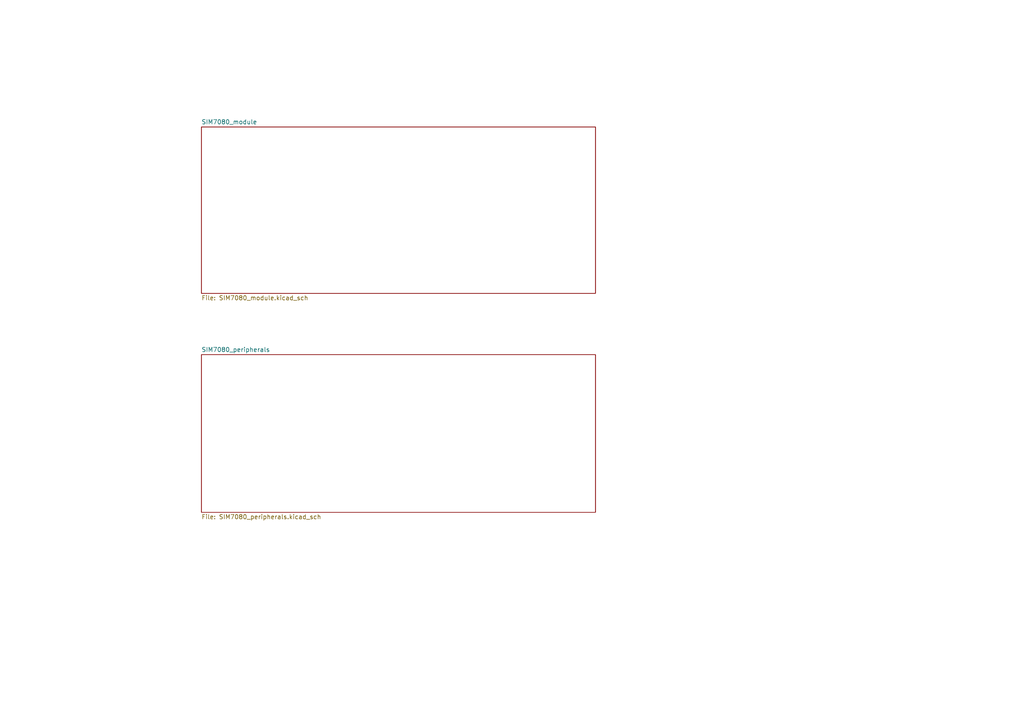
<source format=kicad_sch>
(kicad_sch (version 20230121) (generator eeschema)
  (paper "A4")
  (title_block (title "TechStudio.Design SIM7080G NB-IoT Shield") (date "2021-08-25") (rev "V1.2") (company "www.techstudio.design") (comment 3 "Copyright: Tech Studio Design, 2021") (comment 4 "Designed By: Henry Cheung"))
  (lib_symbols)
  (sheet (at 58.42 36.83) (size 114.3 48.26)
    (property "Sheetname" "SIM7080_module" (at 58.42 36.1184 0) (effects (justify left bottom)))
    (property "Sheetfile" "SIM7080_module.kicad_sch" (at 58.42 85.6746 0) (effects (justify left top)))
  )
  (sheet (at 58.42 102.87) (size 114.3 45.72)
    (property "Sheetname" "SIM7080_peripherals" (at 58.42 102.1584 0) (effects (justify left bottom)))
    (property "Sheetfile" "SIM7080_peripherals.kicad_sch" (at 58.42 149.1746 0) (effects (justify left top)))
  )
)
</source>
